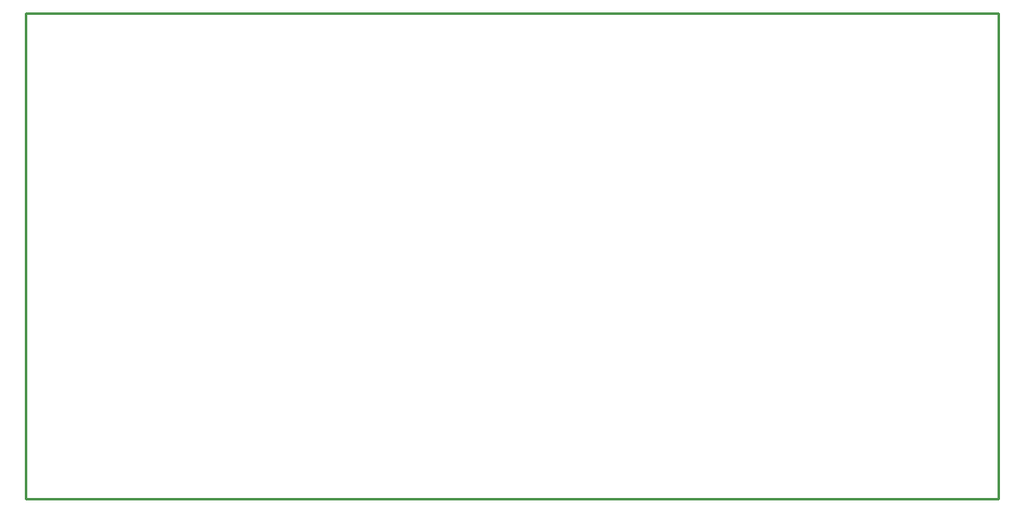
<source format=gm1>
G04 Layer_Color=11599871*
%FSLAX25Y25*%
%MOIN*%
G70*
G01*
G75*
%ADD27C,0.01000*%
D27*
X0Y0D02*
Y97000D01*
Y0D02*
X392000D01*
X0Y97000D02*
Y196000D01*
X1000D02*
X392000D01*
Y0D02*
Y196000D01*
Y0D02*
Y1000D01*
X0Y196000D02*
X1000D01*
M02*

</source>
